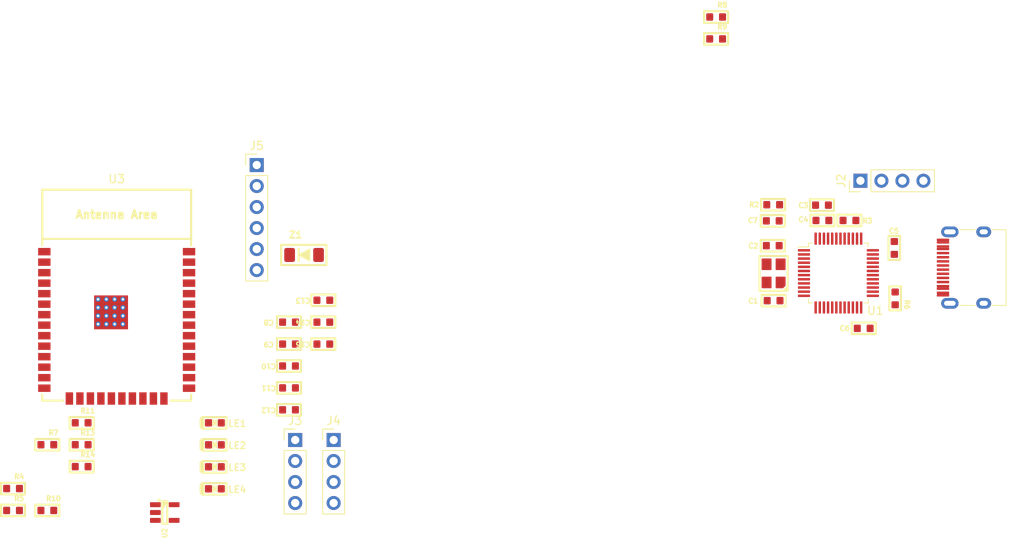
<source format=kicad_pcb>
(kicad_pcb (version 20221018) (generator pcbnew)
  (layers (0 "F.Cu" signal) (31 "B.Cu" signal) (34 "B.Paste" user) (35 "F.Paste" user) (36 "B.SilkS" user "B.Silkscreen") (37 "F.SilkS" user "F.Silkscreen") (38 "B.Mask" user) (39 "F.Mask" user) (44 "Edge.Cuts" user))
  (net 0 "")
  (net 1 "GND")
  (net 2 "Net-(U1-PD0)")
  (net 3 "Net-(U1-PD1)")
  (net 4 "/RST")
  (net 5 "+3V3")
  (net 6 "+5V")
  (net 7 "Net-(U2-BP)")
  (net 9 "/TYPE_C.D+")
  (net 10 "/TYPE_C.D-")
  (net 14 "/ST_SWDIO")
  (net 15 "/ST_SWCLK")
  (net 16 "/T_SWCLK")
  (net 17 "/T_SWDIO")
  (net 18 "/T_RXD")
  (net 19 "/T_TXD")
  (net 20 "/TX")
  (net 21 "/RX")
  (net 22 "/BOOT")
  (net 23 "Net-(LE1-Pad1)")
  (net 24 "Net-(LE2-Pad1)")
  (net 25 "Net-(LE3-Pad1)")
  (net 26 "Net-(LE4-Pad2)")
  (net 27 "Net-(U1-BOOT0)")
  (net 28 "Net-(U2-EN)")
  (net 29 "Net-(U1-PB12)")
  (net 30 "Net-(U1-PC13)")
  (net 31 "Net-(U1-PC14)")
  (net 32 "Net-(U3-IO16)")
  (net 33 "/ESP_RXD")
  (net 47 "/ESP_TXD")
  (footprint "IVS_FOOTPRINTS:C_0603" (layer "F.Cu") (at 140.7524 92.6)
    (fp_text reference "C12" (at -2.46 0.035 180 unlocked) (layer "F.SilkS") (effects (font (size 0.6 0.6) (thickness 0.15) bold)))
    (fp_text value "1uF")
    (fp_rect (start -1.4508 -0.7) (end 1.4508 0.7) (stroke (width 0.25)) (fill none) (layer "F.SilkS"))
    (pad "1" smd roundrect (at -0.775 0 180) (size 0.85 0.9) (layers "F.Cu" "F.Paste" "F.Mask") (roundrect_rratio 0.15) (net 5 "+3V3"))
    (pad "2" smd roundrect (at 0.775 0 180) (size 0.85 0.9) (layers "F.Cu" "F.Paste" "F.Mask") (roundrect_rratio 0.15) (net 1 "GND"))
  )
  (footprint "IVS_FOOTPRINTS:LED_0603" (layer "F.Cu") (at 131.790787 94.174787)
    (fp_text reference "LE1" (at 2.703 0.082 unlocked) (layer "F.SilkS") (effects (font (size 0.8 0.8) (thickness 0.15) bold)))
    (fp_text value "Led")
    (fp_line (start -1.720787 -0.381) (end -1.720787 0.381) (stroke (width 0.25)) (layer "F.SilkS"))
    (fp_line (start -1.4 -0.7) (end -1.4 0.7) (stroke (width 0.25)) (layer "F.SilkS"))
    (fp_line (start -1.4 -0.7) (end 1.397 -0.7) (stroke (width 0.25)) (layer "F.SilkS"))
    (fp_line (start -1.4 0.7) (end 1.397 0.7) (stroke (width 0.25)) (layer "F.SilkS"))
    (fp_line (start -0.2 -0.4) (end -0.2 0.4) (stroke (width 0.2)) (layer "F.SilkS"))
    (fp_line (start 1.397 -0.7) (end 1.397 0.7) (stroke (width 0.25)) (layer "F.SilkS"))
    (fp_arc (start -1.720787 -0.381) (mid -1.625952 -0.609952) (end -1.397 -0.704787) (stroke (width 0.25)) (layer "F.SilkS"))
    (fp_arc (start -1.397 0.704787) (mid -1.625952 0.609952) (end -1.720787 0.381) (stroke (width 0.25)) (layer "F.SilkS"))
    (fp_poly (pts (xy -0.2 0) (xy 0.2 -0.4) (xy 0.2 0.4)) (stroke (width 0.1)) (fill solid) (layer "F.SilkS"))
    (fp_poly (pts (xy -1.4 -0.7) (xy -1.651 -0.508) (xy -1.651 0.508) (xy -1.4 0.7)) (stroke (width 0.12)) (fill solid) (layer "F.SilkS"))
    (pad "1" smd roundrect (at 0.775 0) (size 0.85 0.9) (layers "F.Cu" "F.Paste" "F.Mask") (roundrect_rratio 0.15) (net 23 "Net-(LE1-Pad1)"))
    (pad "2" smd roundrect (at -0.775 0) (size 0.85 0.9) (layers "F.Cu" "F.Paste" "F.Mask") (roundrect_rratio 0.15) (net 1 "GND"))
  )
  (footprint "IVS_FOOTPRINTS:R_0603" (layer "F.Cu") (at 111.53 96.82)
    (fp_text reference "R7" (at 0.742 -1.442 unlocked) (layer "F.SilkS") (effects (font (size 0.6 0.6) (thickness 0.15) bold)))
    (fp_text value "100")
    (fp_rect (start -1.45 -0.7) (end 1.45 0.7) (stroke (width 0.25)) (fill none) (layer "F.SilkS"))
    (pad "1" smd roundrect (at -0.775 0 180) (size 0.85 0.9) (layers "F.Cu" "F.Paste" "F.Mask") (roundrect_rratio 0.15) (net 29 "Net-(U1-PB12)"))
    (pad "2" smd roundrect (at 0.775 0 180) (size 0.85 0.9) (layers "F.Cu" "F.Paste" "F.Mask") (roundrect_rratio 0.15) (net 17 "/T_SWDIO"))
  )
  (footprint "IVS_FOOTPRINTS:C_0603" (layer "F.Cu") (at 199.25 69.75)
    (fp_text reference "C7" (at -2.4 -0.05 unlocked) (layer "F.SilkS") (effects (font (size 0.6 0.6) (thickness 0.15) bold)))
    (fp_text value "100nF")
    (fp_rect (start -1.4508 -0.7) (end 1.4508 0.7) (stroke (width 0.25)) (fill none) (layer "F.SilkS"))
    (pad "1" smd roundrect (at -0.775 0 180) (size 0.85 0.9) (layers "F.Cu" "F.Paste" "F.Mask") (roundrect_rratio 0.15) (net 1 "GND"))
    (pad "2" smd roundrect (at 0.775 0 180) (size 0.85 0.9) (layers "F.Cu" "F.Paste" "F.Mask") (roundrect_rratio 0.15) (net 5 "+3V3"))
  )
  (footprint "IVS_FOOTPRINTS:C_0603" (layer "F.Cu") (at 210.25 82.75)
    (fp_text reference "C6" (at -2.3 0 unlocked) (layer "F.SilkS") (effects (font (size 0.6 0.6) (thickness 0.15) bold)))
    (fp_text value "100nF")
    (fp_rect (start -1.4508 -0.7) (end 1.4508 0.7) (stroke (width 0.25)) (fill none) (layer "F.SilkS"))
    (pad "1" smd roundrect (at -0.775 0 180) (size 0.85 0.9) (layers "F.Cu" "F.Paste" "F.Mask") (roundrect_rratio 0.15) (net 1 "GND"))
    (pad "2" smd roundrect (at 0.775 0 180) (size 0.85 0.9) (layers "F.Cu" "F.Paste" "F.Mask") (roundrect_rratio 0.15) (net 5 "+3V3"))
  )
  (footprint "IVS_FOOTPRINTS:C_0603" (layer "F.Cu") (at 140.7524 87.3)
    (fp_text reference "C10" (at -2.46 0.035 180 unlocked) (layer "F.SilkS") (effects (font (size 0.6 0.6) (thickness 0.15) bold)))
    (fp_text value "1uF")
    (fp_rect (start -1.4508 -0.7) (end 1.4508 0.7) (stroke (width 0.25)) (fill none) (layer "F.SilkS"))
    (pad "1" smd roundrect (at -0.775 0 180) (size 0.85 0.9) (layers "F.Cu" "F.Paste" "F.Mask") (roundrect_rratio 0.15) (net 1 "GND"))
    (pad "2" smd roundrect (at 0.775 0 180) (size 0.85 0.9) (layers "F.Cu" "F.Paste" "F.Mask") (roundrect_rratio 0.15) (net 5 "+3V3"))
  )
  (footprint "IVS_FOOTPRINTS:LED_0603" (layer "F.Cu") (at 131.790787 96.834361)
    (fp_text reference "LE2" (at 2.703 0.082 unlocked) (layer "F.SilkS") (effects (font (size 0.8 0.8) (thickness 0.15) bold)))
    (fp_text value "Led")
    (fp_line (start -1.720787 -0.381) (end -1.720787 0.381) (stroke (width 0.25)) (layer "F.SilkS"))
    (fp_line (start -1.4 -0.7) (end -1.4 0.7) (stroke (width 0.25)) (layer "F.SilkS"))
    (fp_line (start -1.4 -0.7) (end 1.397 -0.7) (stroke (width 0.25)) (layer "F.SilkS"))
    (fp_line (start -1.4 0.7) (end 1.397 0.7) (stroke (width 0.25)) (layer "F.SilkS"))
    (fp_line (start -0.2 -0.4) (end -0.2 0.4) (stroke (width 0.2)) (layer "F.SilkS"))
    (fp_line (start 1.397 -0.7) (end 1.397 0.7) (stroke (width 0.25)) (layer "F.SilkS"))
    (fp_arc (start -1.720787 -0.381) (mid -1.625952 -0.609952) (end -1.397 -0.704787) (stroke (width 0.25)) (layer "F.SilkS"))
    (fp_arc (start -1.397 0.704787) (mid -1.625952 0.609952) (end -1.720787 0.381) (stroke (width 0.25)) (layer "F.SilkS"))
    (fp_poly (pts (xy -0.2 0) (xy 0.2 -0.4) (xy 0.2 0.4)) (stroke (width 0.1)) (fill solid) (layer "F.SilkS"))
    (fp_poly (pts (xy -1.4 -0.7) (xy -1.651 -0.508) (xy -1.651 0.508) (xy -1.4 0.7)) (stroke (width 0.12)) (fill solid) (layer "F.SilkS"))
    (pad "1" smd roundrect (at 0.775 0) (size 0.85 0.9) (layers "F.Cu" "F.Paste" "F.Mask") (roundrect_rratio 0.15) (net 24 "Net-(LE2-Pad1)"))
    (pad "2" smd roundrect (at -0.775 0) (size 0.85 0.9) (layers "F.Cu" "F.Paste" "F.Mask") (roundrect_rratio 0.15) (net 19 "/T_TXD"))
  )
  (footprint "IVS_FOOTPRINTS:C_0603" (layer "F.Cu") (at 199.35 79.4)
    (fp_text reference "C1" (at -2.46 0.035 unlocked) (layer "F.SilkS") (effects (font (size 0.6 0.6) (thickness 0.15) bold)))
    (fp_text value "22pF")
    (fp_rect (start -1.4508 -0.7) (end 1.4508 0.7) (stroke (width 0.25)) (fill none) (layer "F.SilkS"))
    (pad "1" smd roundrect (at -0.775 0 180) (size 0.85 0.9) (layers "F.Cu" "F.Paste" "F.Mask") (roundrect_rratio 0.15) (net 1 "GND"))
    (pad "2" smd roundrect (at 0.775 0 180) (size 0.85 0.9) (layers "F.Cu" "F.Paste" "F.Mask") (roundrect_rratio 0.15) (net 2 "Net-(U1-PD0)"))
  )
  (footprint "IVS_FOOTPRINTS:R_0603" (layer "F.Cu") (at 199.3 67.8)
    (fp_text reference "R2" (at -2.3 0 unlocked) (layer "F.SilkS") (effects (font (size 0.6 0.6) (thickness 0.15) bold)))
    (fp_text value "10k")
    (fp_rect (start -1.45 -0.7) (end 1.45 0.7) (stroke (width 0.25)) (fill none) (layer "F.SilkS"))
    (pad "1" smd roundrect (at -0.775 0 180) (size 0.85 0.9) (layers "F.Cu" "F.Paste" "F.Mask") (roundrect_rratio 0.15) (net 5 "+3V3"))
    (pad "2" smd roundrect (at 0.775 0 180) (size 0.85 0.9) (layers "F.Cu" "F.Paste" "F.Mask") (roundrect_rratio 0.15) (net 4 "/RST"))
  )
  (footprint "IVS_FOOTPRINTS:R_0603" (layer "F.Cu") (at 107.38 102.12)
    (fp_text reference "R4" (at 0.742 -1.442 unlocked) (layer "F.SilkS") (effects (font (size 0.6 0.6) (thickness 0.15) bold)))
    (fp_text value "10k")
    (fp_rect (start -1.45 -0.7) (end 1.45 0.7) (stroke (width 0.25)) (fill none) (layer "F.SilkS"))
    (pad "1" smd roundrect (at -0.775 0 180) (size 0.85 0.9) (layers "F.Cu" "F.Paste" "F.Mask") (roundrect_rratio 0.15) (net 1 "GND"))
    (pad "2" smd roundrect (at 0.775 0 180) (size 0.85 0.9) (layers "F.Cu" "F.Paste" "F.Mask") (roundrect_rratio 0.15) (net 28 "Net-(U2-EN)"))
  )
  (footprint "Connector_PinHeader_2.54mm:PinHeader_1x04_P2.54mm_Vertical" (layer "F.Cu") (at 141.5 96.25)
    (fp_text reference "J3" (at 0 -2.33) (layer "F.SilkS"))
    (fp_text value "Conn_01x04_Pin")
    (fp_line (start -1.33 -1.33) (end 0 -1.33) (stroke (width 0.12)) (layer "F.SilkS"))
    (fp_line (start -1.33 0) (end -1.33 -1.33) (stroke (width 0.12)) (layer "F.SilkS"))
    (fp_line (start -1.33 1.27) (end -1.33 8.95) (stroke (width 0.12)) (layer "F.SilkS"))
    (fp_line (start -1.33 1.27) (end 1.33 1.27) (stroke (width 0.12)) (layer "F.SilkS"))
    (fp_line (start -1.33 8.95) (end 1.33 8.95) (stroke (width 0.12)) (layer "F.SilkS"))
    (fp_line (start 1.33 1.27) (end 1.33 8.95) (stroke (width 0.12)) (layer "F.SilkS"))
    (pad "1" thru_hole rect (at 0 0) (size 1.7 1.7) (drill 1) (layers "*.Cu" "*.Mask") (net 16 "/T_SWCLK"))
    (pad "2" thru_hole oval (at 0 2.54) (size 1.7 1.7) (drill 1) (layers "*.Cu" "*.Mask") (net 17 "/T_SWDIO"))
    (pad "3" thru_hole oval (at 0 5.08) (size 1.7 1.7) (drill 1) (layers "*.Cu" "*.Mask") (net 1 "GND"))
    (pad "4" thru_hole oval (at 0 7.62) (size 1.7 1.7) (drill 1) (layers "*.Cu" "*.Mask") (net 5 "+3V3"))
  )
  (footprint "IVS_FOOTPRINTS:R_0603" (layer "F.Cu") (at 192.4 45.1)
    (fp_text reference "R8" (at 0.742 -1.442 unlocked) (layer "F.SilkS") (effects (font (size 0.6 0.6) (thickness 0.15) bold)))
    (fp_text value "10K")
    (fp_rect (start -1.45 -0.7) (end 1.45 0.7) (stroke (width 0.25)) (fill none) (layer "F.SilkS"))
    (pad "1" smd roundrect (at -0.775 0 180) (size 0.85 0.9) (layers "F.Cu" "F.Paste" "F.Mask") (roundrect_rratio 0.15) (net 1 "GND"))
    (pad "2" smd roundrect (at 0.775 0 180) (size 0.85 0.9) (layers "F.Cu" "F.Paste" "F.Mask") (roundrect_rratio 0.15) (net 30 "Net-(U1-PC13)"))
  )
  (footprint "IVS_FOOTPRINTS:C_0603" (layer "F.Cu") (at 205.25 69.7 180)
    (fp_text reference "C4" (at 2.3 0.1 unlocked) (layer "F.SilkS") (effects (font (size 0.6 0.6) (thickness 0.15) bold)))
    (fp_text value "100nF")
    (fp_rect (start -1.4508 -0.7) (end 1.4508 0.7) (stroke (width 0.25)) (fill none) (layer "F.SilkS"))
    (pad "1" smd roundrect (at -0.775 0) (size 0.85 0.9) (layers "F.Cu" "F.Paste" "F.Mask") (roundrect_rratio 0.15) (net 1 "GND"))
    (pad "2" smd roundrect (at 0.775 0) (size 0.85 0.9) (layers "F.Cu" "F.Paste" "F.Mask") (roundrect_rratio 0.15) (net 5 "+3V3"))
  )
  (footprint "IVS_FOOTPRINTS:USB_C_Receptacle_XKB_U262-16XN-4BVC11" (layer "F.Cu") (at 223.685 75.4 90)
    (fp_text reference "J1" hide)
    (fp_text value "USB_C_Receptacle" hide)
    (fp_line (start -4.58 -1.85) (end -4.58 0.07) (stroke (width 0.12)) (layer "F.SilkS"))
    (fp_line (start -4.58 3.785) (end -4.58 2.08) (stroke (width 0.12)) (layer "F.SilkS"))
    (fp_line (start 4.58 0.07) (end 4.58 -1.85) (stroke (width 0.12)) (layer "F.SilkS"))
    (fp_line (start 4.58 2.08) (end 4.58 3.785) (stroke (width 0.12)) (layer "F.SilkS"))
    (fp_line (start 4.58 3.785) (end -4.58 3.785) (stroke (width 0.12)) (layer "F.SilkS"))
    (pad "" np_thru_hole circle (at -2.89 -2.425 90) (size 0.65 0.65) (drill 0.65) (layers "*.Cu" "*.Mask"))
    (pad "" np_thru_hole circle (at 2.89 -2.425 90) (size 0.65 0.65) (drill 0.65) (layers "*.Cu" "*.Mask"))
    (pad "A1" smd roundrect (at -3.35 -3.85 90) (size 0.3 1.5) (layers "F.Cu" "F.Paste" "F.Mask") (net 1 "GND"))
    (pad "A4" smd roundrect (at -2.55 -3.85 90) (size 0.3 1.5) (layers "F.Cu" "F.Paste" "F.Mask") (net 6 "+5V"))
    (pad "A5" smd roundrect (at -1.25 -3.85 90) (size 0.3 1.5) (layers "F.Cu" "F.Paste" "F.Mask"))
    (pad "A6" smd roundrect (at -0.25 -3.85 90) (size 0.3 1.5) (layers "F.Cu" "F.Paste" "F.Mask") (net 9 "/TYPE_C.D+"))
    (pad "A7" smd roundrect (at 0.25 -3.85 90) (size 0.3 1.5) (layers "F.Cu" "F.Paste" "F.Mask") (net 10 "/TYPE_C.D-"))
    (pad "A8" smd roundrect (at 1.25 -3.85 90) (size 0.3 1.5) (layers "F.Cu" "F.Paste" "F.Mask"))
    (pad "A9" smd roundrect (at 2.55 -3.85 90) (size 0.3 1.5) (layers "F.Cu" "F.Paste" "F.Mask") (net 6 "+5V"))
    (pad "A12" smd roundrect (at 3.35 -3.85 90) (size 0.3 1.5) (layers "F.Cu" "F.Paste" "F.Mask") (net 1 "GND"))
    (pad "B1" smd roundrect (at 3.05 -3.85 90) (size 0.3 1.5) (layers "F.Cu" "F.Paste" "F.Mask") (net 1 "GND"))
    (pad "B4" smd roundrect (at 2.25 -3.85 90) (size 0.3 1.5) (layers "F.Cu" "F.Paste" "F.Mask") (net 6 "+5V"))
    (pad "B5" smd roundrect (at 1.75 -3.85 90) (size 0.3 1.5) (layers "F.Cu" "F.Paste" "F.Mask"))
    (pad "B6" smd roundrect (at 0.75 -3.85 90) (size 0.3 1.5) (layers "F.Cu" "F.Paste" "F.Mask") (net 9 "/TYPE_C.D+"))
    (pad "B7" smd roundrect (at -0.75 -3.85 90) (size 0.3 1.5) (layers "F.Cu" "F.Paste" "F.Mask") (net 10 "/TYPE_C.D-"))
    (pad "B8" smd roundrect (at -1.75 -3.85 90) (size 0.3 1.5) (layers "F.Cu" "F.Paste" "F.Mask"))
    (pad "B9" smd roundrect (at -2.25 -3.85 90) (size 0.3 1.5) (layers "F.Cu" "F.Paste" "F.Mask") (net 6 "+5V"))
    (pad "B12" smd roundrect (at -3.05 -3.85 90) (size 0.3 1.5) (layers "F.Cu" "F.Paste" "F.Mask") (net 1 "GND"))
    (pad "S1" thru_hole oval (at -4.32 -3.02 90) (size 1.3 2.1) (drill oval 0.6 1.4) (layers "*.Cu" "*.Mask") (net 1 "GND"))
    (pad "S1" thru_hole oval (at -4.32 1.075 90) (size 1.3 1.8) (drill oval 0.6 1) (layers "*.Cu" "*.Mask") (net 1 "GND"))
    (pad "S1" thru_hole oval (at 4.32 -3.02 90) (size 1.3 2.1) (drill oval 0.6 1.4) (layers "*.Cu" "*.Mask") (net 1 "GND"))
    (pad "S1" thru_hole oval (at 4.32 1.075 90) (size 1.3 1.8) (drill oval 0.6 1) (layers "*.Cu" "*.Mask") (net 1 "GND"))
  )
  (footprint "IVS_FOOTPRINTS:C_0603" (layer "F.Cu") (at 205.2 67.85)
    (fp_text reference "C3" (at -2.25 0.035 unlocked) (layer "F.SilkS") (effects (font (size 0.6 0.6) (thickness 0.15) bold)))
    (fp_text value "100nF")
    (fp_rect (start -1.4508 -0.7) (end 1.4508 0.7) (stroke (width 0.25)) (fill none) (layer "F.SilkS"))
    (pad "1" smd roundrect (at -0.775 0 180) (size 0.85 0.9) (layers "F.Cu" "F.Paste" "F.Mask") (roundrect_rratio 0.15) (net 4 "/RST"))
    (pad "2" smd roundrect (at 0.775 0 180) (size 0.85 0.9) (layers "F.Cu" "F.Paste" "F.Mask") (roundrect_rratio 0.15) (net 1 "GND"))
  )
  (footprint "IVS_FOOTPRINTS:C_0603" (layer "F.Cu") (at 140.7524 82)
    (fp_text reference "C8" (at -2.46 0.035 180 unlocked) (layer "F.SilkS") (effects (font (size 0.6 0.6) (thickness 0.15) bold)))
    (fp_text value "1uF")
    (fp_rect (start -1.4508 -0.7) (end 1.4508 0.7) (stroke (width 0.25)) (fill none) (layer "F.SilkS"))
    (pad "1" smd roundrect (at -0.775 0 180) (size 0.85 0.9) (layers "F.Cu" "F.Paste" "F.Mask") (roundrect_rratio 0.15) (net 1 "GND"))
    (pad "2" smd roundrect (at 0.775 0 180) (size 0.85 0.9) (layers "F.Cu" "F.Paste" "F.Mask") (roundrect_rratio 0.15) (net 6 "+5V"))
  )
  (footprint "IVS_FOOTPRINTS:R_0603" (layer "F.Cu") (at 111.53 104.77)
    (fp_text reference "R10" (at 0.742 -1.442 unlocked) (layer "F.SilkS") (effects (font (size 0.6 0.6) (thickness 0.15) bold)))
    (fp_text value "100")
    (fp_rect (start -1.45 -0.7) (end 1.45 0.7) (stroke (width 0.25)) (fill none) (layer "F.SilkS"))
    (pad "1" smd roundrect (at -0.775 0 180) (size 0.85 0.9) (layers "F.Cu" "F.Paste" "F.Mask") (roundrect_rratio 0.15) (net 32 "Net-(U3-IO16)"))
    (pad "2" smd roundrect (at 0.775 0 180) (size 0.85 0.9) (layers "F.Cu" "F.Paste" "F.Mask") (roundrect_rratio 0.15) (net 33 "/ESP_RXD"))
  )
  (footprint "IVS_FOOTPRINTS:C_0603" (layer "F.Cu") (at 140.7524 84.65)
    (fp_text reference "C9" (at -2.46 0.035 180 unlocked) (layer "F.SilkS") (effects (font (size 0.6 0.6) (thickness 0.15) bold)))
    (fp_text value "22nF")
    (fp_rect (start -1.4508 -0.7) (end 1.4508 0.7) (stroke (width 0.25)) (fill none) (layer "F.SilkS"))
    (pad "1" smd roundrect (at -0.775 0 180) (size 0.85 0.9) (layers "F.Cu" "F.Paste" "F.Mask") (roundrect_rratio 0.15) (net 1 "GND"))
    (pad "2" smd roundrect (at 0.775 0 180) (size 0.85 0.9) (layers "F.Cu" "F.Paste" "F.Mask") (roundrect_rratio 0.15) (net 7 "Net-(U2-BP)"))
  )
  (footprint "IVS_FOOTPRINTS:SOT23-5" (layer "F.Cu") (at 125.73 105.020111)
    (fp_text reference "U2" (at -0.009 2.49 90 unlocked) (layer "F.SilkS") (effects (font (size 0.6 0.6) (thickness 0.15) bold)))
    (fp_text value "RT9193-33GB")
    (fp_rect (start -0.2992 -1.35) (end 0.2992 1.35) (stroke (width 0.25)) (fill none) (layer "F.SilkS"))
    (fp_circle (center -0.6858 -1.4986) (end -0.564289 -1.4986) (stroke (width 0.15)) (fill solid) (layer "F.SilkS"))
    (fp_poly (pts (xy -0.2992 -1.35) (xy 0.2992 -1.35) (xy -0.3048 -0.3302)) (stroke (width 0.12)) (fill solid) (layer "F.SilkS"))
    (pad "1" smd roundrect (at -1.1375 -0.95) (size 1.3 0.6) (layers "F.Cu" "F.Paste" "F.Mask") (roundrect_rratio 0.15) (net 6 "+5V"))
    (pad "2" smd roundrect (at -1.1375 0) (size 1.3 0.6) (layers "F.Cu" "F.Paste" "F.Mask") (roundrect_rratio 0.15) (net 1 "GND"))
    (pad "3" smd roundrect (at -1.1375 0.95) (size 1.3 0.6) (layers "F.Cu" "F.Paste" "F.Mask") (roundrect_rratio 0.15) (net 28 "Net-(U2-EN)"))
    (pad "4" smd roundrect (at 1.1375 0.95) (size 1.3 0.6) (layers "F.Cu" "F.Paste" "F.Mask") (roundrect_rratio 0.15) (net 7 "Net-(U2-BP)"))
    (pad "5" smd roundrect (at 1.1375 -0.95) (size 1.3 0.6) (layers "F.Cu" "F.Paste" "F.Mask") (roundrect_rratio 0.15) (net 5 "+3V3"))
  )
  (footprint "Connector_PinHeader_2.54mm:PinHeader_1x06_P2.54mm_Vertical" (layer "F.Cu") (at 136.85 63)
    (fp_text reference "J5" (at 0 -2.33) (layer "F.SilkS"))
    (fp_text value "Conn_01x05_Male")
    (fp_line (start -1.33 -1.33) (end 0 -1.33) (stroke (width 0.12)) (layer "F.SilkS"))
    (fp_line (start -1.33 0) (end -1.33 -1.33) (stroke (width 0.12)) (layer "F.SilkS"))
    (fp_line (start -1.33 1.27) (end -1.33 14.03) (stroke (width 0.12)) (layer "F.SilkS"))
    (fp_line (start -1.33 1.27) (end 1.33 1.27) (stroke (width 0.12)) (layer "F.SilkS"))
    (fp_line (start -1.33 14.03) (end 1.33 14.03) (stroke (width 0.12)) (layer "F.SilkS"))
    (fp_line (start 1.33 1.27) (end 1.33 14.03) (stroke (width 0.12)) (layer "F.SilkS"))
    (pad "1" thru_hole rect (at 0 0) (size 1.7 1.7) (drill 1) (layers "*.Cu" "*.Mask") (net 1 "GND"))
    (pad "2" thru_hole oval (at 0 2.54) (size 1.7 1.7) (drill 1) (layers "*.Cu" "*.Mask") (net 4 "/RST"))
    (pad "3" thru_hole oval (at 0 5.08) (size 1.7 1.7) (drill 1) (layers "*.Cu" "*.Mask") (net 20 "/TX"))
    (pad "4" thru_hole oval (at 0 7.62) (size 1.7 1.7) (drill 1) (layers "*.Cu" "*.Mask") (net 21 "/RX"))
    (pad "5" thru_hole oval (at 0 10.16) (size 1.7 1.7) (drill 1) (layers "*.Cu" "*.Mask") (net 22 "/BOOT"))
    (pad "6" thru_hole oval (at 0 12.7) (size 1.7 1.7) (drill 1) (layers "*.Cu" "*.Mask") (net 5 "+3V3"))
  )
  (footprint "IVS_FOOTPRINTS:C_0603" (layer "F.Cu") (at 144.904 84.65)
    (fp_text reference "C15" (at -2.46 0.035 180 unlocked) (layer "F.SilkS") (effects (font (size 0.6 0.6) (thickness 0.15) bold)))
    (fp_text value "10pF")
    (fp_rect (start -1.4508 -0.7) (end 1.4508 0.7) (stroke (width 0.25)) (fill none) (layer "F.SilkS"))
    (pad "1" smd roundrect (at -0.775 0 180) (size 0.85 0.9) (layers "F.Cu" "F.Paste" "F.Mask") (roundrect_rratio 0.15) (net 5 "+3V3"))
    (pad "2" smd roundrect (at 0.775 0 180) (size 0.85 0.9) (layers "F.Cu" "F.Paste" "F.Mask") (roundrect_rratio 0.15) (net 1 "GND"))
  )
  (footprint "IVS_FOOTPRINTS:LED_0603" (layer "F.Cu") (at 131.790787 102.153509)
    (fp_text reference "LE4" (at 2.703 0.082 unlocked) (layer "F.SilkS") (effects (font (size 0.8 0.8) (thickness 0.15) bold)))
    (fp_text value "Led")
    (fp_line (start -1.720787 -0.381) (end -1.720787 0.381) (stroke (width 0.25)) (layer "F.SilkS"))
    (fp_line (start -1.4 -0.7) (end -1.4 0.7) (stroke (width 0.25)) (layer "F.SilkS"))
    (fp_line (start -1.4 -0.7) (end 1.397 -0.7) (stroke (width 0.25)) (layer "F.SilkS"))
    (fp_line (start -1.4 0.7) (end 1.397 0.7) (stroke (width 0.25)) (layer "F.SilkS"))
    (fp_line (start -0.2 -0.4) (end -0.2 0.4) (stroke (width 0.2)) (layer "F.SilkS"))
    (fp_line (start 1.397 -0.7) (end 1.397 0.7) (stroke (width 0.25)) (layer "F.SilkS"))
    (fp_arc (start -1.720787 -0.381) (mid -1.625952 -0.609952) (end -1.397 -0.704787) (stroke (width 0.25)) (layer "F.SilkS"))
    (fp_arc (start -1.397 0.704787) (mid -1.625952 0.609952) (end -1.720787 0.381) (stroke (width 0.25)) (layer "F.SilkS"))
    (fp_poly (pts (xy -0.2 0) (xy 0.2 -0.4) (xy 0.2 0.4)) (stroke (width 0.1)) (fill solid) (layer "F.SilkS"))
    (fp_poly (pts (xy -1.4 -0.7) (xy -1.651 -0.508) (xy -1.651 0.508) (xy -1.4 0.7)) (stroke (width 0.12)) (fill solid) (layer "F.SilkS"))
    (pad "1" smd roundrect (at 0.775 0) (size 0.85 0.9) (layers "F.Cu" "F.Paste" "F.Mask") (roundrect_rratio 0.15) (net 17 "/T_SWDIO"))
    (pad "2" smd roundrect (at -0.775 0) (size 0.85 0.9) (layers "F.Cu" "F.Paste" "F.Mask") (roundrect_rratio 0.15) (net 26 "Net-(LE4-Pad2)"))
  )
  (footprint "IVS_FOOTPRINTS:R_0603" (layer "F.Cu") (at 208.525 69.7)
    (fp_text reference "R3" (at 2.175 0.05 unlocked) (layer "F.SilkS") (effects (font (size 0.6 0.6) (thickness 0.15) bold)))
    (fp_text value "10K")
    (fp_rect (start -1.45 -0.7) (end 1.45 0.7) (stroke (width 0.25)) (fill none) (layer "F.SilkS"))
    (pad "1" smd roundrect (at -0.775 0 180) (size 0.85 0.9) (layers "F.Cu" "F.Paste" "F.Mask") (roundrect_rratio 0.15) (net 1 "GND"))
    (pad "2" smd roundrect (at 0.775 0 180) (size 0.85 0.9) (layers "F.Cu" "F.Paste" "F.Mask") (roundrect_rratio 0.15) (net 27 "Net-(U1-BOOT0)"))
  )
  (footprint "Package_QFP:LQFP-48_7x7mm_P0.5mm" (layer "F.Cu") (at 207.1875 76.0625)
    (fp_text reference "U1" (at 4.4625 4.5375) (layer "F.SilkS"))
    (fp_text value "STM32F103C8Tx")
    (fp_line (start -3.61 -3.61) (end -3.61 -3.16) (stroke (width 0.12)) (layer "F.SilkS"))
    (fp_line (start -3.61 -3.16) (end -4.9 -3.16) (stroke (width 0.12)) (layer "F.SilkS"))
    (fp_line (start -3.61 3.61) (end -3.61 3.16) (stroke (width 0.12)) (layer "F.SilkS"))
    (fp_line (start -3.16 -3.61) (end -3.61 -3.61) (stroke (width 0.12)) (layer "F.SilkS"))
    (fp_line (start -3.16 3.61) (end -3.61 3.61) (stroke (width 0.12)) (layer "F.SilkS"))
    (fp_line (start 3.16 -3.61) (end 3.61 -3.61) (stroke (width 0.12)) (layer "F.SilkS"))
    (fp_line (start 3.16 3.61) (end 3.61 3.61) (stroke (width 0.12)) (layer "F.SilkS"))
    (fp_line (start 3.61 -3.61) (end 3.61 -3.16) (stroke (width 0.12)) (layer "F.SilkS"))
    (fp_line (start 3.61 3.61) (end 3.61 3.16) (stroke (width 0.12)) (layer "F.SilkS"))
    (pad "1" smd roundrect (at -4.1625 -2.75) (size 1.475 0.3) (layers "F.Cu" "F.Paste" "F.Mask") (net 5 "+3V3"))
    (pad "2" smd roundrect (at -4.1625 -2.25) (size 1.475 0.3) (layers "F.Cu" "F.Paste" "F.Mask") (net 30 "Net-(U1-PC13)"))
    (pad "3" smd roundrect (at -4.1625 -1.75) (size 1.475 0.3) (layers "F.Cu" "F.Paste" "F.Mask") (net 31 "Net-(U1-PC14)"))
    (pad "4" smd roundrect (at -4.1625 -1.25) (size 1.475 0.3) (layers "F.Cu" "F.Paste" "F.Mask"))
    (pad "5" smd roundrect (at -4.1625 -0.75) (size 1.475 0.3) (layers "F.Cu" "F.Paste" "F.Mask") (net 2 "Net-(U1-PD0)"))
    (pad "6" smd roundrect (at -4.1625 -0.25) (size 1.475 0.3) (layers "F.Cu" "F.Paste" "F.Mask") (net 3 "Net-(U1-PD1)"))
    (pad "7" smd roundrect (at -4.1625 0.25) (size 1.475 0.3) (layers "F.Cu" "F.Paste" "F.Mask") (net 4 "/RST"))
    (pad "8" smd roundrect (at -4.1625 0.75) (size 1.475 0.3) (layers "F.Cu" "F.Paste" "F.Mask") (net 1 "GND"))
    (pad "9" smd roundrect (at -4.1625 1.25) (size 1.475 0.3) (layers "F.Cu" "F.Paste" "F.Mask") (net 5 "+3V3"))
    (pad "10" smd roundrect (at -4.1625 1.75) (size 1.475 0.3) (layers "F.Cu" "F.Paste" "F.Mask"))
    (pad "11" smd roundrect (at -4.1625 2.25) (size 1.475 0.3) (layers "F.Cu" "F.Paste" "F.Mask"))
    (pad "12" smd roundrect (at -4.1625 2.75) (size 1.475 0.3) (layers "F.Cu" "F.Paste" "F.Mask") (net 19 "/T_TXD"))
    (pad "13" smd roundrect (at -2.75 4.1625) (size 0.3 1.475) (layers "F.Cu" "F.Paste" "F.Mask") (net 18 "/T_RXD"))
    (pad "14" smd roundrect (at -2.25 4.1625) (size 0.3 1.475) (layers "F.Cu" "F.Paste" "F.Mask"))
    (pad "15" smd roundrect (at -1.75 4.1625) (size 0.3 1.475) (layers "F.Cu" "F.Paste" "F.Mask") (net 16 "/T_SWCLK"))
    (pad "16" smd roundrect (at -1.25 4.1625) (size 0.3 1.475) (layers "F.Cu" "F.Paste" "F.Mask"))
    (pad "17" smd roundrect (at -0.75 4.1625) (size 0.3 1.475) (layers "F.Cu" "F.Paste" "F.Mask"))
    (pad "18" smd roundrect (at -0.25 4.1625) (size 0.3 1.475) (layers "F.Cu" "F.Paste" "F.Mask"))
    (pad "19" smd roundrect (at 0.25 4.1625) (size 0.3 1.475) (layers "F.Cu" "F.Paste" "F.Mask"))
    (pad "20" smd roundrect (at 0.75 4.1625) (size 0.3 1.475) (layers "F.Cu" "F.Paste" "F.Mask"))
    (pad "21" smd roundrect (at 1.25 4.1625) (size 0.3 1.475) (layers "F.Cu" "F.Paste" "F.Mask"))
    (pad "22" smd roundrect (at 1.75 4.1625) (size 0.3 1.475) (layers "F.Cu" "F.Paste" "F.Mask"))
    (pad "23" smd roundrect (at 2.25 4.1625) (size 0.3 1.475) (layers "F.Cu" "F.Paste" "F.Mask") (net 1 "GND"))
    (pad "24" smd roundrect (at 2.75 4.1625) (size 0.3 1.475) (layers "F.Cu" "F.Paste" "F.Mask") (net 5 "+3V3"))
    (pad "25" smd roundrect (at 4.1625 2.75) (size 1.475 0.3) (layers "F.Cu" "F.Paste" "F.Mask") (net 29 "Net-(U1-PB12)"))
    (pad "26" smd roundrect (at 4.1625 2.25) (size 1.475 0.3) (layers "F.Cu" "F.Paste" "F.Mask") (net 16 "/T_SWCLK"))
    (pad "27" smd roundrect (at 4.1625 1.75) (size 1.475 0.3) (layers "F.Cu" "F.Paste" "F.Mask") (net 17 "/T_SWDIO"))
    (pad "28" smd roundrect (at 4.1625 1.25) (size 1.475 0.3) (layers "F.Cu" "F.Paste" "F.Mask"))
    (pad "29" smd roundrect (at 4.1625 0.75) (size 1.475 0.3) (layers "F.Cu" "F.Paste" "F.Mask"))
    (pad "30" smd roundrect (at 4.1625 0.25) (size 1.475 0.3) (layers "F.Cu" "F.Paste" "F.Mask") (net 33 "/ESP_RXD"))
    (pad "31" smd roundrect (at 4.1625 -0.25) (size 1.475 0.3) (layers "F.Cu" "F.Paste" "F.Mask") (net 47 "/ESP_TXD"))
    (pad "32" smd roundrect (at 4.1625 -0.75) (size 1.475 0.3) (layers "F.Cu" "F.Paste" "F.Mask") (net 10 "/TYPE_C.D-"))
    (pad "33" smd roundrect (at 4.1625 -1.25) (size 1.475 0.3) (layers "F.Cu" "F.Paste" "F.Mask") (net 9 "/TYPE_C.D+"))
    (pad "34" smd roundrect (at 4.1625 -1.75) (size 1.475 0.3) (layers "F.Cu" "F.Paste" "F.Mask") (net 14 "/ST_SWDIO"))
    (pad "35" smd roundrect (at 4.1625 -2.25) (size 1.475 0.3) (layers "F.Cu" "F.Paste" "F.Mask") (net 1 "GND"))
    (pad "36" smd roundrect (at 4.1625 -2.75) (size 1.475 0.3) (layers "F.Cu" "F.Paste" "F.Mask") (net 5 "+3V3"))
    (pad "37" smd roundrect (at 2.75 -4.1625) (size 0.3 1.475) (layers "F.Cu" "F.Paste" "F.Mask") (net 15 "/ST_SWCLK"))
    (pad "38" smd roundrect (at 2.25 -4.1625) (size 0.3 1.475) (layers "F.Cu" "F.Paste" "F.Mask"))
    (pad "39" smd roundrect (at 1.75 -4.1625) (size 0.3 1.475) (layers "F.Cu" "F.Paste" "F.Mask"))
    (pad "40" smd roundrect (at 1.25 -4.1625) (size 0.3 1.475) (layers "F.Cu" "F.Paste" "F.Mask"))
    (pad "41" smd roundrect (at 0.75 -4.1625) (size 0.3 1.475) (layers "F.Cu" "F.Paste" "F.Mask"))
    (pad "42" smd roundrect (at 0.25 -4.1625) (size 0.3 1.475) (layers "F.Cu" "F.Paste" "F.Mask"))
    (pad "43" smd roundrect (at -0.25 -4.1625) (size 0.3 1.475) (layers "F.Cu" "F.Paste" "F.Mask"))
    (pad "44" smd roundrect (at -0.75 -4.1625) (size 0.3 1.475) (layers "F.Cu" "F.Paste" "F.Mask") (net 27 "Net-(U1-BOOT0)"))
    (pad "45" smd roundrect (at -1.25 -4.1625) (size 0.3 1.475) (layers "F.Cu" "F.Paste" "F.Mask"))
    (pad "46" smd roundrect (at -1.75 -4.1625) (size 0.3 1.475) (layers "F.Cu" "F.Paste" "F.Mask"))
    (pad "47" smd roundrect (at -2.25 -4.1625) (size 0.3 1.475) (layers "F.Cu" "F.Paste" "F.Mask") (net 1 "GND"))
    (pad "48" smd roundrect (at -2.75 -4.1625) (size 0.3 1.475) (layers "F.Cu" "F.Paste" "F.Mask") (net 5 "+3V3"))
  )
  (footprint "IVS_FOOTPRINTS:LED_0603" (layer "F.Cu") (at 131.790787 99.493935)
    (fp_text reference "LE3" (at 2.703 0.082 unlocked) (layer "F.SilkS") (effects (font (size 0.8 0.8) (thickness 0.15) bold)))
    (fp_text value "Led")
    (fp_line (start -1.720787 -0.381) (end -1.720787 0.381) (stroke (width 0.25)) (layer "F.SilkS"))
    (fp_line (start -1.4 -0.7) (end -1.4 0.7) (stroke (width 0.25)) (layer "F.SilkS"))
    (fp_line (start -1.4 -0.7) (end 1.397 -0.7) (stroke (width 0.25)) (layer "F.SilkS"))
    (fp_line (start -1.4 0.7) (end 1.397 0.7) (stroke (width 0.25)) (layer "F.SilkS"))
    (fp_line (start -0.2 -0.4) (end -0.2 0.4) (stroke (width 0.2)) (layer "F.SilkS"))
    (fp_line (start 1.397 -0.7) (end 1.397 0.7) (stroke (width 0.25)) (layer "F.SilkS"))
    (fp_arc (start -1.720787 -0.381) (mid -1.625952 -0.609952) (end -1.397 -0.704787) (stroke (width 0.25)) (layer "F.SilkS"))
    (fp_arc (start -1.397 0.704787) (mid -1.625952 0.609952) (end -1.720787 0.381) (stroke (width 0.25)) (layer "F.SilkS"))
    (fp_poly (pts (xy -0.2 0) (xy 0.2 -0.4) (xy 0.2 0.4)) (stroke (width 0.1)) (fill solid) (layer "F.SilkS"))
    (fp_poly (pts (xy -1.4 -0.7) (xy -1.651 -0.508) (xy -1.651 0.508) (xy -1.4 0.7)) (stroke (width 0.12)) (fill solid) (layer "F.SilkS"))
    (pad "1" smd roundrect (at 0.775 0) (size 0.85 0.9) (layers "F.Cu" "F.Paste" "F.Mask") (roundrect_rratio 0.15) (net 25 "Net-(LE3-Pad1)"))
    (pad "2" smd roundrect (at -0.775 0) (size 0.85 0.9) (layers "F.Cu" "F.Paste" "F.Mask") (roundrect_rratio 0.15) (net 17 "/T_SWDIO"))
  )
  (footprint "IVS_FOOTPRINTS:R_0603" (layer "F.Cu") (at 115.68 99.47)
    (fp_text reference "R14" (at 0.742 -1.442 unlocked) (layer "F.SilkS") (effects (font (size 0.6 0.6) (thickness 0.15) bold)))
    (fp_text value "1k")
    (fp_rect (start -1.45 -0.7) (end 1.45 0.7) (stroke (width 0.25)) (fill none) (layer "F.SilkS"))
    (pad "1" smd roundrect (at -0.775 0 180) (size 0.85 0.9) (layers "F.Cu" "F.Paste" "F.Mask") (roundrect_rratio 0.15) (net 5 "+3V3"))
    (pad "2" smd roundrect (at 0.775 0 180) (size 0.85 0.9) (layers "F.Cu" "F.Paste" "F.Mask") (roundrect_rratio 0.15) (net 26 "Net-(LE4-Pad2)"))
  )
  (footprint "Connector_PinHeader_2.54mm:PinHeader_1x04_P2.54mm_Vertical" (layer "F.Cu") (at 146.15 96.25)
    (fp_text reference "J4" (at 0 -2.33) (layer "F.SilkS"))
    (fp_text value "Conn_01x04_Pin")
    (fp_line (start -1.33 -1.33) (end 0 -1.33) (stroke (width 0.12)) (layer "F.SilkS"))
    (fp_line (start -1.33 0) (end -1.33 -1.33) (stroke (width 0.12)) (layer "F.SilkS"))
    (fp_line (start -1.33 1.27) (end -1.33 8.95) (stroke (width 0.12)) (layer "F.SilkS"))
    (fp_line (start -1.33 1.27) (end 1.33 1.27) (stroke (width 0.12)) (layer "F.SilkS"))
    (fp_line (start -1.33 8.95) (end 1.33 8.95) (stroke (width 0.12)) (layer "F.SilkS"))
    (fp_line (start 1.33 1.27) (end 1.33 8.95) (stroke (width 0.12)) (layer "F.SilkS"))
    (pad "1" thru_hole rect (at 0 0) (size 1.7 1.7) (drill 1) (layers "*.Cu" "*.Mask") (net 18 "/T_RXD"))
    (pad "2" thru_hole oval (at 0 2.54) (size 1.7 1.7) (drill 1) (layers "*.Cu" "*.Mask") (net 19 "/T_TXD"))
    (pad "3" thru_hole oval (at 0 5.08) (size 1.7 1.7) (drill 1) (layers "*.Cu" "*.Mask") (net 1 "GND"))
    (pad "4" thru_hole oval (at 0 7.62) (size 1.7 1.7) (drill 1) (layers "*.Cu" "*.Mask") (net 6 "+5V"))
  )
  (footprint "IVS_FOOTPRINTS:R_0603" (layer "F.Cu") (at 115.68 94.17)
    (fp_text reference "R11" (at 0.742 -1.442 unlocked) (layer "F.SilkS") (effects (font (size 0.6 0.6) (thickness 0.15) bold)))
    (fp_text value "1k")
    (fp_rect (start -1.45 -0.7) (end 1.45 0.7) (stroke (width 0.25)) (fill none) (layer "F.SilkS"))
    (pad "1" smd roundrect (at -0.775 0 180) (size 0.85 0.9) (layers "F.Cu" "F.Paste" "F.Mask") (roundrect_rratio 0.15) (net 5 "+3V3"))
    (pad "2" smd roundrect (at 0.775 0 180) (size 0.85 0.9) (layers "F.Cu" "F.Paste" "F.Mask") (roundrect_rratio 0.15) (net 24 "Net-(LE2-Pad1)"))
  )
  (footprint "IVS_FOOTPRINTS:R_0603" (layer "F.Cu") (at 214.05 79.125 -90)
    (fp_text reference "R6" (at 0.742 -1.442 -90 unlocked) (layer "F.SilkS") (effects (font (size 0.6 0.6) (thickness 0.15) bold)))
    (fp_text value "1.5k")
    (fp_rect (start -1.45 -0.7) (end 1.45 0.7) (stroke (width 0.25)) (fill none) (layer "F.SilkS"))
    (pad "1" smd roundrect (at -0.775 0 90) (size 0.85 0.9) (layers "F.Cu" "F.Paste" "F.Mask") (roundrect_rratio 0.15) (net 9 "/TYPE_C.D+"))
    (pad "2" smd roundrect (at 0.775 0 90) (size 0.85 0.9) (layers "F.Cu" "F.Paste" "F.Mask") (roundrect_rratio 0.15) (net 5 "+3V3"))
  )
  (footprint "IVS_FOOTPRINTS:C_0603" (layer "F.Cu") (at 144.904 79.35)
    (fp_text reference "C13" (at -2.46 0.035 180 unlocked) (layer "F.SilkS") (effects (font (size 0.6 0.6) (thickness 0.15) bold)))
    (fp_text value "100nF")
    (fp_rect (start -1.4508 -0.7) (end 1.4508 0.7) (stroke (width 0.25)) (fill none) (layer "F.SilkS"))
    (pad "1" smd roundrect (at -0.775 0 180) (size 0.85 0.9) (layers "F.Cu" "F.Paste" "F.Mask") (roundrect_rratio 0.15) (net 5 "+3V3"))
    (pad "2" smd roundrect (at 0.775 0 180) (size 0.85 0.9) (layers "F.Cu" "F.Paste" "F.Mask") (roundrect_rratio 0.15) (net 1 "GND"))
  )
  (footprint "IVS_FOOTPRINTS:C_0603" (layer "F.Cu") (at 199.25 72.75)
    (fp_text reference "C2" (at -2.35 0.035 unlocked) (layer "F.SilkS") (effects (font (size 0.6 0.6) (thickness 0.15) bold)))
    (fp_text value "22pF")
    (fp_rect (start -1.4508 -0.7) (end 1.4508 0.7) (stroke (width 0.25)) (fill none) (layer "F.SilkS"))
    (pad "1" smd roundrect (at -0.775 0 180) (size 0.85 0.9) (layers "F.Cu" "F.Paste" "F.Mask") (roundrect_rratio 0.15) (net 3 "Net-(U1-PD1)"))
    (pad "2" smd roundrect (at 0.775 0 180) (size 0.85 0.9) (layers "F.Cu" "F.Paste" "F.Mask") (roundrect_rratio 0.15) (net 1 "GND"))
  )
  (footprint "IVS_FOOTPRINTS:Package-Diode-D_MiniMELF" (layer "F.Cu") (at 142.5375 73.875)
    (fp_text reference "Z1" (at -1 -2.425 unlocked) (layer "F.SilkS") (effects (font (size 0.8 0.8) (thickness 0.2) bold)))
    (fp_text value "D_Zener")
    (fp_line (start -0.6125 -0.75) (end -0.6125 0.75) (stroke (width 0.25)) (layer "F.SilkS"))
    (fp_rect (start -2.7375 -1.225) (end 2.7375 1.225) (stroke (width 0.25)) (fill none) (layer "F.SilkS"))
    (fp_poly (pts (xy -0.6125 0) (xy 0.7375 -0.75) (xy 0.7375 0.75)) (stroke (width 0.1)) (fill solid) (layer "F.SilkS"))
    (pad "1" smd roundrect (at 1.7875 0) (size 1.3 1.7) (layers "F.Cu" "F.Paste" "F.Mask") (roundrect_rratio 0.1923076923) (net 1 "GND"))
    (pad "2" smd roundrect (at -1.7125 0) (size 1.3 1.7) (layers "F.Cu" "F.Paste" "F.Mask") (roundrect_rratio 0.1923076923) (net 5 "+3V3"))
  )
  (footprint "IVS_FOOTPRINTS:C_0603" (layer "F.Cu") (at 213.95 73.025 90)
    (fp_text reference "C5" (at 2.05 -0.05 unlocked) (layer "F.SilkS") (effects (font (size 0.6 0.6) (thickness 0.15) bold)))
    (fp_text value "100nF")
    (fp_rect (start -1.4508 -0.7) (end 1.4508 0.7) (stroke (width 0.25)) (fill none) (layer "F.SilkS"))
    (pad "1" smd roundrect (at -0.775 0 270) (size 0.85 0.9) (layers "F.Cu" "F.Paste" "F.Mask") (roundrect_rratio 0.15) (net 1 "GND"))
    (pad "2" smd roundrect (at 0.775 0 270) (size 0.85 0.9) (layers "F.Cu" "F.Paste" "F.Mask") (roundrect_rratio 0.15) (net 5 "+3V3"))
  )
  (footprint "IVS_FOOTPRINTS:R_0603" (layer "F.Cu") (at 107.38 104.77)
    (fp_text reference "R5" (at 0.742 -1.442 unlocked) (layer "F.SilkS") (effects (font (size 0.6 0.6) (thickness 0.15) bold)))
    (fp_text value "1k")
    (fp_rect (start -1.45 -0.7) (end 1.45 0.7) (stroke (width 0.25)) (fill none) (layer "F.SilkS"))
    (pad "1" smd roundrect (at -0.775 0 180) (size 0.85 0.9) (layers "F.Cu" "F.Paste" "F.Mask") (roundrect_rratio 0.15) (net 5 "+3V3"))
    (pad "2" smd roundrect (at 0.775 0 180) (size 0.85 0.9) (layers "F.Cu" "F.Paste" "F.Mask") (roundrect_rratio 0.15) (net 23 "Net-(LE1-Pad1)"))
  )
  (footprint "IVS_FOOTPRINTS:Crystal-SMD-4P-3.2x2.6mm-3225" (layer "F.Cu") (at 199.35 76.1 90)
    (fp_text reference "Y1" hide)
    (fp_text value "Crystal_GND24_Small")
    (fp_rect (start -2.1 -1.7) (end 2.1 1.7) (stroke (width 0.25)) (fill none) (layer "F.SilkS"))
    (fp_poly (pts (xy -1.5 1.7) (xy -2.1 1.1) (xy -2.1 1.7)) (stroke (width 0.1)) (fill solid) (layer "F.SilkS"))
    (pad "1" smd roundrect (at -1.1 0.85 90) (size 1.4 1.2) (layers "F.Cu" "F.Paste" "F.Mask") (roundrect_rratio 0.05) (chamfer_ratio 0.25) (chamfer bottom_left) (net 2 "Net-(U1-PD0)"))
    (pad "2" smd roundrect (at 1.1 0.85 90) (size 1.4 1.2) (layers "F.Cu" "F.Paste" "F.Mask") (roundrect_rratio 0.05) (net 1 "GND"))
    (pad "3" smd roundrect (at 1.1 -0.85 90) (size 1.4 1.2) (layers "F.Cu" "F.Paste" "F.Mask") (roundrect_rratio 0.05) (net 3 "Net-(U1-PD1)"))
    (pad "4" smd roundrect (at -1.1 -0.85 90) (size 1.4 1.2) (layers "F.Cu" "F.Paste" "F.Mask") (roundrect_rratio 0.05) (net 1 "GND"))
  )
  (footprint "IVS_FOOTPRINTS:ESP32-WROOM-32E" (layer "F.Cu") (at 119.915 80.485)
    (fp_text reference "U3" (at 0 -15.8) (layer "F.SilkS"))
    (fp_text value "ESP32-WROOM-32UE")
    (fp_text user "Antenna Area" (at 0 -11.5) (layer "F.SilkS") (effects (font (thickness 0.25) bold)))
    (fp_line (start -9 -14.5) (end -9 -7.75) (stroke (width 0.25)) (layer "F.SilkS"))
    (fp_line (start -9 -14.5) (end 9 -14.5) (stroke (width 0.25)) (layer "F.SilkS"))
    (fp_line (start -9 10.25) (end -9 11) (stroke (width 0.25)) (layer "F.SilkS"))
    (fp_line (start -9 11) (end -6.5 11) (stroke (width 0.25)) (layer "F.SilkS"))
    (fp_line (start 9 -14.5) (end 9 -7.75) (stroke (width 0.25)) (layer "F.SilkS"))
    (fp_line (start 9 -8.56) (end -9 -8.56) (stroke (width 0.25)) (layer "F.SilkS"))
    (fp_line (start 9 10.25) (end 9 11) (stroke (width 0.25)) (layer "F.SilkS"))
    (fp_line (start 9 11) (end 6.5 11) (stroke (width 0.25)) (layer "F.SilkS"))
    (pad "1" smd rect (at -8.75 -7.01) (size 1.5 0.9) (layers "F.Cu" "F.Paste" "F.Mask") (net 1 "GND"))
    (pad "2" smd rect (at -8.75 -5.74) (size 1.5 0.9) (layers "F.Cu" "F.Paste" "F.Mask") (net 5 "+3V3"))
    (pad "3" smd rect (at -8.75 -4.47) (size 1.5 0.9) (layers "F.Cu" "F.Paste" "F.Mask") (net 4 "/RST"))
    (pad "4" smd rect (at -8.75 -3.2) (size 1.5 0.9) (layers "F.Cu" "F.Paste" "F.Mask"))
    (pad "5" smd rect (at -8.75 -1.93) (size 1.5 0.9) (layers "F.Cu" "F.Paste" "F.Mask"))
    (pad "6" smd rect (at -8.75 -0.66) (size 1.5 0.9) (layers "F.Cu" "F.Paste" "F.Mask"))
    (pad "7" smd rect (at -8.75 0.61) (size 1.5 0.9) (layers "F.Cu" "F.Paste" "F.Mask"))
    (pad "8" smd rect (at -8.75 1.88) (size 1.5 0.9) (layers "F.Cu" "F.Paste" "F.Mask"))
    (pad "9" smd rect (at -8.75 3.15) (size 1.5 0.9) (layers "F.Cu" "F.Paste" "F.Mask"))
    (pad "10" smd rect (at -8.75 4.42) (size 1.5 0.9) (layers "F.Cu" "F.Paste" "F.Mask"))
    (pad "11" smd rect (at -8.75 5.69) (size 1.5 0.9) (layers "F.Cu" "F.Paste" "F.Mask"))
    (pad "12" smd rect (at -8.75 6.96) (size 1.5 0.9) (layers "F.Cu" "F.Paste" "F.Mask"))
    (pad "13" smd rect (at -8.75 8.23) (size 1.5 0.9) (layers "F.Cu" "F.Paste" "F.Mask"))
    (pad "14" smd rect (at -8.75 9.5) (size 1.5 0.9) (layers "F.Cu" "F.Paste" "F.Mask"))
    (pad "15" smd rect (at -5.72 10.75 90) (size 1.5 0.9) (layers "F.Cu" "F.Paste" "F.Mask") (net 1 "GND"))
    (pad "16" smd rect (at -4.45 10.75 90) (size 1.5 0.9) (layers "F.Cu" "F.Paste" "F.Mask"))
    (pad "17" smd rect (at -3.18 10.75 90) (size 1.5 0.9) (layers "F.Cu" "F.Paste" "F.Mask"))
    (pad "18" smd rect (at -1.91 10.75 90) (size 1.5 0.9) (layers "F.Cu" "F.Paste" "F.Mask"))
    (pad "19" smd rect (at -0.64 10.75 90) (size 1.5 0.9) (layers "F.Cu" "F.Paste" "F.Mask"))
    (pad "20" smd rect (at 0.63 10.75 90) (size 1.5 0.9) (layers "F.Cu" "F.Paste" "F.Mask"))
    (pad "21" smd rect (at 1.9 10.75 90) (size 1.5 0.9) (layers "F.Cu" "F.Paste" "F.Mask"))
    (pad "22" smd rect (at 3.17 10.75 90) (size 1.5 0.9) (layers "F.Cu" "F.Paste" "F.Mask"))
    (pad "23" smd rect (at 4.44 10.75 90) (size 1.5 0.9) (layers "F.Cu" "F.Paste" "F.Mask"))
    (pad "24" smd rect (at 5.71 10.75 90) (size 1.5 0.9) (layers "F.Cu" "F.Paste" "F.Mask"))
    (pad "25" smd rect (at 8.75 9.5 180) (size 1.5 0.9) (layers "F.Cu" "F.Paste" "F.Mask") (net 22 "/BOOT"))
    (pad "26" smd rect (at 8.75 8.23 180) (size 1.5 0.9) (layers "F.Cu" "F.Paste" "F.Mask"))
    (pad "27" smd rect (at 8.75 6.96 180) (size 1.5 0.9) (layers "F.Cu" "F.Paste" "F.Mask") (net 32 "Net-(U3-IO16)"))
    (pad "28" smd rect (at 8.75 5.69 180) (size 1.5 0.9) (layers "F.Cu" "F.Paste" "F.Mask") (net 47 "/ESP_TXD"))
    (pad "29" smd rect (at 8.75 4.42 180) (size 1.5 0.9) (layers "F.Cu" "F.Paste" "F.Mask"))
    (pad "30" smd rect (at 8.75 3.15 180) (size 1.5 0.9) (layers "F.Cu" "F.Paste" "F.Mask"))
    (pad "31" smd rect (at 8.75 1.88 180) (size 1.5 0.9) (layers "F.Cu" "F.Paste" "F.Mask"))
    (pad "32" smd rect (at 8.75 0.61 180) (size 1.5 0.9) (layers "F.Cu" "F.Paste" "F.Mask"))
    (pad "33" smd rect (at 8.75 -0.66 180) (size 1.5 0.9) (layers "F.Cu" "F.Paste" "F.Mask"))
    (pad "34" smd rect (at 8.75 -1.93 180) (size 1.5 0.9) (layers "F.Cu" "F.Paste" "F.Mask") (net 21 "/RX"))
    (pad "35" smd rect (at 8.75 -3.2 180) (size 1.5 0.9) (layers "F.Cu" "F.Paste" "F.Mask") (net 20 "/TX"))
    (pad "36" smd rect (at 8.75 -4.47 180) (size 1.5 0.9) (layers "F.Cu" "F.Paste" "F.Mask"))
    (pad "37" smd rect (at 8.75 -5.74 180) (size 1.5 0.9) (layers "F.Cu" "F.Paste" "F.Mask"))
    (pad "38" smd rect (at 8.75 -7.01 180) (size 1.5 0.9) (layers "F.Cu" "F.Paste" "F.Mask") (net 1 "GND"))
    (pad "39" thru_hole circle (at -2.25 -1.25) (size 0.6 0.6) (drill 0.3) (layers "*.Cu" "F.Mask") (net 1 "GND"))
    (pad "39" thru_hole circle (at -2.25 -0.25) (size 0.6 0.6) (drill 0.3) (layers "*.Cu" "F.Mask") (net 1 "GND"))
    (pad "39" thru_hole circle (at -2.25 0.75) (size 0.6 0.6) (drill 0.3) (layers "*.Cu" "F.Mask") (net 1 "GND"))
    (pad "39" thru_hole circle (at -2.25 1.75) (size 0.6 0.6) (drill 0.3) (layers "*.Cu" "F.Mask") (net 1 "GND"))
    (pad "39" thru_hole circle (at -1.25 -1.25) (size 0.6 0.6) (drill 0.3) (layers "*.Cu" "F.Mask") (net 1 "GND"))
    (pad "39" thru_hole circle (at -1.25 -0.25) (size 0.6 0.6) (drill 0.3) (layers "*.Cu" "F.Mask") (net 1 "GND"))
    (pad "39" thru_hole circle (at -1.25 0.75) (size 0.6 0.6) (drill 0.3) (layers "*.Cu" "F.Mask") (net 1 "GND"))
    (pad "39" thru_hole circle (at -1.25 1.75) (size 0.6 0.6) (drill 0.3) (layers "*.Cu" "F.Mask") (net 1 "GND"))
    (pad "39" smd rect (at -0.68 0.33 180) (size 4.1 4.1) (layers "F.Cu" "F.Paste" "F.Mask") (net 1 "GND"))
    (pad "39" thru_hole circle (at -0.25 -1.25) (size 0.6 0.6) (drill 0.3) (layers "*.Cu" "F.Mask") (net 1 "GND"))
    (pad "39" thru_hole circle (at -0.25 -0.25) (size 0.6 0.6) (drill 0.3) (layers "*.Cu" "F.Mask") (net 1 "GND"))
    (pad "39" thru_hole circle (at -0.25 0.75) (size 0.6 0.6) (drill 0.3) (layers "*.Cu" "F.Mask") (net 1 "GND"))
    (pad "39" thru_hole circle (at -0.25 1.75) (size 0.6 0.6) (drill 0.3) (layers "*.Cu" "F.Mask") (net 1 "GND"))
    (pad "39" thru_hole circle (at 0.75 -1.25) (size 0.6 0.6) (drill 0.3) (layers "*.Cu" "F.Mask") (net 1 "GND"))
    (pad "39" thru_hole circle (at 0.75 -0.25) (size 0.6 0.6) (drill 0.3) (layers "*.Cu" "F.Mask") (net 1 "GND"))
    (pad "39" thru_hole circle (at 0.75 0.75) (size 0.6 0.6) (drill 0.3) (layers "*.Cu" "F.Mask") (net 1 "GND"))
    (pad "39" thru_hole circle (at 0.75 1.75) (size 0.6 0.6) (drill 0.3) (layers "*.Cu" "F.Mask") (net 1 "GND"))
  )
  (footprint "Connector_PinHeader_2.54mm:PinHeader_1x04_P2.54mm_Vertical" (layer "F.Cu") (at 209.85 64.9 90)
    (fp_text reference "J2" (at 0 -2.33 90) (layer "F.SilkS"))
    (fp_text value "Conn_01x04_Pin")
    (fp_line (start -1.33 -1.33) (end 0 -1.33) (stroke (width 0.12)) (layer "F.SilkS"))
    (fp_line (start -1.33 0) (end -1.33 -1.33) (stroke (width 0.12)) (layer "F.SilkS"))
    (fp_line (start -1.33 1.27) (end -1.33 8.95) (stroke (width 0.12)) (layer "F.SilkS"))
    (fp_line (start -1.33 1.27) (end 1.33 1.27) (stroke (width 0.12)) (layer "F.SilkS"))
    (fp_line (start -1.33 8.95) (end 1.33 8.95) (stroke (width 0.12)) (layer "F.SilkS"))
    (fp_line (start 1.33 1.27) (end 1.33 8.95) (stroke (width 0.12)) (layer "F.SilkS"))
    (pad "1" thru_hole rect (at 0 0 90) (size 1.7 1.7) (drill 1) (layers "*.Cu" "*.Mask") (net 15 "/ST_SWCLK"))
    (pad "2" thru_hole oval (at 0 2.54 90) (size 1.7 1.7) (drill 1) (layers "*.Cu" "*.Mask") (net 14 "/ST_SWDIO"))
    (pad "3" thru_hole oval (at 0 5.08 90) (size 1.7 1.7) (drill 1) (layers "*.Cu" "*.Mask") (net 5 "+3V3"))
    (pad "4" thru_hole oval (at 0 7.62 90) (size 1.7 1.7) (drill 1) (layers "*.Cu" "*.Mask") (net 1 "GND"))
  )
  (footprint "IVS_FOOTPRINTS:R_0603" (layer "F.Cu") (at 115.68 96.82)
    (fp_text reference "R13" (at 0.742 -1.442 unlocked) (layer "F.SilkS") (effects (font (size 0.6 0.6) (thickness 0.15) bold)))
    (fp_text value "1k")
    (fp_rect (start -1.45 -0.7) (end 1.45 0.7) (stroke (width 0.25)) (fill none) (layer "F.SilkS"))
    (pad "1" smd roundrect (at -0.775 0 180) (size 0.85 0.9) (layers "F.Cu" "F.Paste" "F.Mask") (roundrect_rratio 0.15) (net 5 "+3V3"))
    (pad "2" smd roundrect (at 0.775 0 180) (size 0.85 0.9) (layers "F.Cu" "F.Paste" "F.Mask") (roundrect_rratio 0.15) (net 25 "Net-(LE3-Pad1)"))
  )
  (footprint "IVS_FOOTPRINTS:R_0603" (layer "F.Cu") (at 192.4 47.75)
    (fp_text reference "R9" (at 0.742 -1.442 unlocked) (layer "F.SilkS") (effects (font (size 0.6 0.6) (thickness 0.15) bold)))
    (fp_text value "10K")
    (fp_rect (start -1.45 -0.7) (end 1.45 0.7) (stroke (width 0.25)) (fill none) (layer "F.SilkS"))
    (pad "1" smd roundrect (at -0.775 0 180) (size 0.85 0.9) (layers "F.Cu" "F.Paste" "F.Mask") (roundrect_rratio 0.15) (net 1 "GND"))
    (pad "2" smd roundrect (at 0.775 0 180) (size 0.85 0.9) (layers "F.Cu" "F.Paste" "F.Mask") (roundrect_rratio 0.15) (net 31 "Net-(U1-PC14)"))
  )
  (footprint "IVS_FOOTPRINTS:C_0603" (layer "F.Cu") (at 144.904 82)
    (fp_text reference "C14" (at -2.46 0.035 180 unlocked) (layer "F.SilkS") (effects (font (size 0.6 0.6) (thickness 0.15) bold)))
    (fp_text value "33pF")
    (fp_rect (start -1.4508 -0.7) (end 1.4508 0.7) (stroke (width 0.25)) (fill none) (layer "F.SilkS"))
    (pad "1" smd roundrect (at -0.775 0 180) (size 0.85 0.9) (layers "F.Cu" "F.Paste" "F.Mask") (roundrect_rratio 0.15) (net 5 "+3V3"))
    (pad "2" smd roundrect (at 0.775 0 180) (size 0.85 0.9) (layers "F.Cu" "F.Paste" "F.Mask") (roundrect_rratio 0.15) (net 1 "GND"))
  )
  (footprint "IVS_FOOTPRINTS:C_0603" (layer "F.Cu") (at 140.7524 89.95)
    (fp_text reference "C11" (at -2.46 0.035 180 unlocked) (layer "F.SilkS") (effects (font (size 0.6 0.6) (thickness 0.15) bold)))
    (fp_text value "10uF")
    (fp_rect (start -1.4508 -0.7) (end 1.4508 0.7) (stroke (width 0.25)) (fill none) (layer "F.SilkS"))
    (pad "1" smd roundrect (at -0.775 0 180) (size 0.85 0.9) (layers "F.Cu" "F.Paste" "F.Mask") (roundrect_rratio 0.15) (net 5 "+3V3"))
    (pad "2" smd roundrect (at 0.775 0 180) (size 0.85 0.9) (layers "F.Cu" "F.Paste" "F.Mask") (roundrect_rratio 0.15) (net 1 "GND"))
  )
)
</source>
